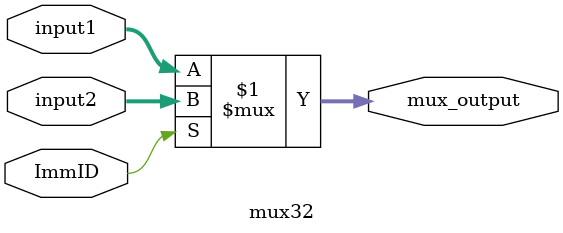
<source format=v>
`timescale 1ns / 1ps


module mux32(input1, input2, ImmID, mux_output);
    input[31:0] input1, input2;
    input ImmID;
    output[31:0] mux_output;
    
    assign mux_output = ImmID ? input2:input1;
endmodule

</source>
